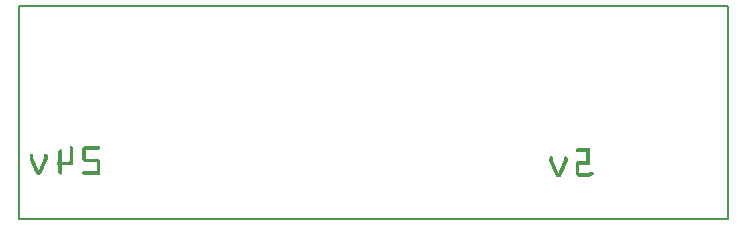
<source format=gbo>
G04 MADE WITH FRITZING*
G04 WWW.FRITZING.ORG*
G04 SINGLE SIDED*
G04 HOLES NOT PLATED*
G04 CONTOUR ON CENTER OF CONTOUR VECTOR*
%ASAXBY*%
%FSLAX23Y23*%
%MOIN*%
%OFA0B0*%
%SFA1.0B1.0*%
%ADD10R,2.370950X0.718008X2.354950X0.702008*%
%ADD11C,0.008000*%
%ADD12R,0.001000X0.001000*%
%LNSILK0*%
G90*
G70*
G54D11*
X4Y714D02*
X2367Y714D01*
X2367Y4D01*
X4Y4D01*
X4Y714D01*
D02*
G54D12*
X177Y248D02*
X179Y248D01*
X225Y248D02*
X270Y248D01*
X175Y247D02*
X181Y247D01*
X222Y247D02*
X272Y247D01*
X174Y246D02*
X182Y246D01*
X220Y246D02*
X273Y246D01*
X173Y245D02*
X183Y245D01*
X219Y245D02*
X273Y245D01*
X173Y244D02*
X183Y244D01*
X218Y244D02*
X274Y244D01*
X173Y243D02*
X184Y243D01*
X217Y243D02*
X274Y243D01*
X173Y242D02*
X184Y242D01*
X217Y242D02*
X274Y242D01*
X173Y241D02*
X184Y241D01*
X216Y241D02*
X274Y241D01*
X173Y240D02*
X184Y240D01*
X216Y240D02*
X274Y240D01*
X1865Y240D02*
X1907Y240D01*
X173Y239D02*
X184Y239D01*
X215Y239D02*
X273Y239D01*
X1863Y239D02*
X1907Y239D01*
X173Y238D02*
X184Y238D01*
X215Y238D02*
X273Y238D01*
X1862Y238D02*
X1907Y238D01*
X140Y237D02*
X145Y237D01*
X173Y237D02*
X184Y237D01*
X215Y237D02*
X271Y237D01*
X1861Y237D02*
X1907Y237D01*
X138Y236D02*
X146Y236D01*
X173Y236D02*
X184Y236D01*
X215Y236D02*
X269Y236D01*
X1860Y236D02*
X1907Y236D01*
X138Y235D02*
X147Y235D01*
X173Y235D02*
X184Y235D01*
X215Y235D02*
X226Y235D01*
X1860Y235D02*
X1907Y235D01*
X137Y234D02*
X147Y234D01*
X173Y234D02*
X184Y234D01*
X215Y234D02*
X226Y234D01*
X1860Y234D02*
X1907Y234D01*
X137Y233D02*
X148Y233D01*
X173Y233D02*
X184Y233D01*
X215Y233D02*
X226Y233D01*
X1860Y233D02*
X1907Y233D01*
X137Y232D02*
X148Y232D01*
X173Y232D02*
X184Y232D01*
X215Y232D02*
X226Y232D01*
X1860Y232D02*
X1907Y232D01*
X136Y231D02*
X148Y231D01*
X173Y231D02*
X184Y231D01*
X215Y231D02*
X226Y231D01*
X1861Y231D02*
X1907Y231D01*
X136Y230D02*
X148Y230D01*
X173Y230D02*
X184Y230D01*
X215Y230D02*
X226Y230D01*
X1861Y230D02*
X1907Y230D01*
X136Y229D02*
X148Y229D01*
X173Y229D02*
X184Y229D01*
X215Y229D02*
X226Y229D01*
X1863Y229D02*
X1907Y229D01*
X136Y228D02*
X148Y228D01*
X173Y228D02*
X184Y228D01*
X215Y228D02*
X226Y228D01*
X1865Y228D02*
X1907Y228D01*
X136Y227D02*
X148Y227D01*
X173Y227D02*
X184Y227D01*
X215Y227D02*
X226Y227D01*
X1896Y227D02*
X1907Y227D01*
X136Y226D02*
X148Y226D01*
X173Y226D02*
X184Y226D01*
X215Y226D02*
X226Y226D01*
X1896Y226D02*
X1907Y226D01*
X136Y225D02*
X148Y225D01*
X173Y225D02*
X184Y225D01*
X215Y225D02*
X226Y225D01*
X1896Y225D02*
X1907Y225D01*
X136Y224D02*
X148Y224D01*
X173Y224D02*
X184Y224D01*
X215Y224D02*
X226Y224D01*
X1896Y224D02*
X1907Y224D01*
X136Y223D02*
X148Y223D01*
X173Y223D02*
X184Y223D01*
X215Y223D02*
X226Y223D01*
X1896Y223D02*
X1907Y223D01*
X44Y222D02*
X47Y222D01*
X92Y222D02*
X95Y222D01*
X136Y222D02*
X148Y222D01*
X173Y222D02*
X184Y222D01*
X215Y222D02*
X226Y222D01*
X1896Y222D02*
X1907Y222D01*
X42Y221D02*
X49Y221D01*
X90Y221D02*
X97Y221D01*
X136Y221D02*
X148Y221D01*
X173Y221D02*
X184Y221D01*
X215Y221D02*
X226Y221D01*
X1896Y221D02*
X1907Y221D01*
X41Y220D02*
X50Y220D01*
X89Y220D02*
X98Y220D01*
X136Y220D02*
X148Y220D01*
X173Y220D02*
X184Y220D01*
X215Y220D02*
X226Y220D01*
X1896Y220D02*
X1907Y220D01*
X41Y219D02*
X50Y219D01*
X89Y219D02*
X99Y219D01*
X136Y219D02*
X148Y219D01*
X173Y219D02*
X184Y219D01*
X215Y219D02*
X226Y219D01*
X1896Y219D02*
X1907Y219D01*
X40Y218D02*
X51Y218D01*
X88Y218D02*
X99Y218D01*
X136Y218D02*
X148Y218D01*
X173Y218D02*
X184Y218D01*
X215Y218D02*
X226Y218D01*
X1896Y218D02*
X1907Y218D01*
X40Y217D02*
X51Y217D01*
X88Y217D02*
X99Y217D01*
X136Y217D02*
X148Y217D01*
X173Y217D02*
X184Y217D01*
X215Y217D02*
X226Y217D01*
X1896Y217D02*
X1907Y217D01*
X40Y216D02*
X51Y216D01*
X88Y216D02*
X99Y216D01*
X136Y216D02*
X148Y216D01*
X173Y216D02*
X184Y216D01*
X215Y216D02*
X226Y216D01*
X1896Y216D02*
X1907Y216D01*
X40Y215D02*
X51Y215D01*
X88Y215D02*
X99Y215D01*
X136Y215D02*
X148Y215D01*
X173Y215D02*
X184Y215D01*
X215Y215D02*
X226Y215D01*
X1896Y215D02*
X1907Y215D01*
X40Y214D02*
X51Y214D01*
X88Y214D02*
X99Y214D01*
X136Y214D02*
X148Y214D01*
X173Y214D02*
X184Y214D01*
X215Y214D02*
X226Y214D01*
X1776Y214D02*
X1780Y214D01*
X1825Y214D02*
X1828Y214D01*
X1896Y214D02*
X1907Y214D01*
X40Y213D02*
X51Y213D01*
X88Y213D02*
X99Y213D01*
X136Y213D02*
X148Y213D01*
X173Y213D02*
X184Y213D01*
X215Y213D02*
X226Y213D01*
X1775Y213D02*
X1781Y213D01*
X1823Y213D02*
X1829Y213D01*
X1896Y213D02*
X1907Y213D01*
X40Y212D02*
X51Y212D01*
X88Y212D02*
X99Y212D01*
X136Y212D02*
X148Y212D01*
X173Y212D02*
X184Y212D01*
X215Y212D02*
X226Y212D01*
X1774Y212D02*
X1782Y212D01*
X1822Y212D02*
X1830Y212D01*
X1896Y212D02*
X1907Y212D01*
X40Y211D02*
X51Y211D01*
X88Y211D02*
X99Y211D01*
X136Y211D02*
X148Y211D01*
X173Y211D02*
X184Y211D01*
X215Y211D02*
X226Y211D01*
X1773Y211D02*
X1783Y211D01*
X1821Y211D02*
X1831Y211D01*
X1896Y211D02*
X1907Y211D01*
X40Y210D02*
X51Y210D01*
X88Y210D02*
X99Y210D01*
X136Y210D02*
X148Y210D01*
X173Y210D02*
X184Y210D01*
X215Y210D02*
X226Y210D01*
X1773Y210D02*
X1783Y210D01*
X1821Y210D02*
X1831Y210D01*
X1896Y210D02*
X1907Y210D01*
X40Y209D02*
X51Y209D01*
X88Y209D02*
X99Y209D01*
X136Y209D02*
X148Y209D01*
X173Y209D02*
X184Y209D01*
X215Y209D02*
X226Y209D01*
X1772Y209D02*
X1783Y209D01*
X1820Y209D02*
X1832Y209D01*
X1896Y209D02*
X1907Y209D01*
X40Y208D02*
X51Y208D01*
X88Y208D02*
X99Y208D01*
X136Y208D02*
X148Y208D01*
X173Y208D02*
X184Y208D01*
X215Y208D02*
X226Y208D01*
X1772Y208D02*
X1784Y208D01*
X1820Y208D02*
X1832Y208D01*
X1896Y208D02*
X1907Y208D01*
X40Y207D02*
X51Y207D01*
X88Y207D02*
X99Y207D01*
X136Y207D02*
X148Y207D01*
X173Y207D02*
X184Y207D01*
X215Y207D02*
X227Y207D01*
X1772Y207D02*
X1784Y207D01*
X1820Y207D02*
X1832Y207D01*
X1896Y207D02*
X1907Y207D01*
X40Y206D02*
X52Y206D01*
X87Y206D02*
X99Y206D01*
X136Y206D02*
X148Y206D01*
X173Y206D02*
X184Y206D01*
X215Y206D02*
X267Y206D01*
X1772Y206D02*
X1784Y206D01*
X1820Y206D02*
X1832Y206D01*
X1896Y206D02*
X1907Y206D01*
X40Y205D02*
X52Y205D01*
X87Y205D02*
X99Y205D01*
X136Y205D02*
X148Y205D01*
X173Y205D02*
X184Y205D01*
X215Y205D02*
X269Y205D01*
X1772Y205D02*
X1784Y205D01*
X1820Y205D02*
X1832Y205D01*
X1896Y205D02*
X1907Y205D01*
X40Y204D02*
X53Y204D01*
X86Y204D02*
X99Y204D01*
X136Y204D02*
X148Y204D01*
X173Y204D02*
X184Y204D01*
X215Y204D02*
X270Y204D01*
X1772Y204D02*
X1784Y204D01*
X1820Y204D02*
X1832Y204D01*
X1896Y204D02*
X1907Y204D01*
X41Y203D02*
X53Y203D01*
X86Y203D02*
X98Y203D01*
X136Y203D02*
X148Y203D01*
X173Y203D02*
X184Y203D01*
X216Y203D02*
X271Y203D01*
X1772Y203D02*
X1784Y203D01*
X1820Y203D02*
X1832Y203D01*
X1896Y203D02*
X1907Y203D01*
X41Y202D02*
X53Y202D01*
X86Y202D02*
X98Y202D01*
X136Y202D02*
X148Y202D01*
X173Y202D02*
X184Y202D01*
X216Y202D02*
X272Y202D01*
X1772Y202D02*
X1784Y202D01*
X1820Y202D02*
X1832Y202D01*
X1896Y202D02*
X1907Y202D01*
X42Y201D02*
X54Y201D01*
X85Y201D02*
X98Y201D01*
X136Y201D02*
X148Y201D01*
X173Y201D02*
X184Y201D01*
X217Y201D02*
X273Y201D01*
X1772Y201D02*
X1784Y201D01*
X1820Y201D02*
X1832Y201D01*
X1896Y201D02*
X1907Y201D01*
X42Y200D02*
X54Y200D01*
X85Y200D02*
X97Y200D01*
X136Y200D02*
X148Y200D01*
X173Y200D02*
X184Y200D01*
X217Y200D02*
X273Y200D01*
X1772Y200D02*
X1784Y200D01*
X1820Y200D02*
X1832Y200D01*
X1896Y200D02*
X1907Y200D01*
X42Y199D02*
X55Y199D01*
X84Y199D02*
X97Y199D01*
X136Y199D02*
X148Y199D01*
X173Y199D02*
X184Y199D01*
X218Y199D02*
X273Y199D01*
X1772Y199D02*
X1784Y199D01*
X1820Y199D02*
X1832Y199D01*
X1895Y199D02*
X1907Y199D01*
X43Y198D02*
X55Y198D01*
X84Y198D02*
X96Y198D01*
X136Y198D02*
X148Y198D01*
X173Y198D02*
X184Y198D01*
X219Y198D02*
X274Y198D01*
X1772Y198D02*
X1784Y198D01*
X1820Y198D02*
X1832Y198D01*
X1867Y198D02*
X1907Y198D01*
X43Y197D02*
X56Y197D01*
X83Y197D02*
X96Y197D01*
X136Y197D02*
X148Y197D01*
X172Y197D02*
X184Y197D01*
X220Y197D02*
X274Y197D01*
X1772Y197D02*
X1785Y197D01*
X1819Y197D02*
X1832Y197D01*
X1866Y197D02*
X1907Y197D01*
X44Y196D02*
X56Y196D01*
X83Y196D02*
X95Y196D01*
X134Y196D02*
X184Y196D01*
X222Y196D02*
X274Y196D01*
X1773Y196D02*
X1785Y196D01*
X1819Y196D02*
X1831Y196D01*
X1864Y196D02*
X1907Y196D01*
X44Y195D02*
X57Y195D01*
X83Y195D02*
X95Y195D01*
X132Y195D02*
X184Y195D01*
X226Y195D02*
X274Y195D01*
X1773Y195D02*
X1785Y195D01*
X1819Y195D02*
X1831Y195D01*
X1863Y195D02*
X1907Y195D01*
X45Y194D02*
X57Y194D01*
X82Y194D02*
X94Y194D01*
X132Y194D02*
X184Y194D01*
X263Y194D02*
X274Y194D01*
X1774Y194D02*
X1786Y194D01*
X1818Y194D02*
X1830Y194D01*
X1862Y194D02*
X1907Y194D01*
X45Y193D02*
X57Y193D01*
X82Y193D02*
X94Y193D01*
X131Y193D02*
X184Y193D01*
X263Y193D02*
X274Y193D01*
X1774Y193D02*
X1786Y193D01*
X1818Y193D02*
X1830Y193D01*
X1862Y193D02*
X1907Y193D01*
X46Y192D02*
X58Y192D01*
X81Y192D02*
X94Y192D01*
X131Y192D02*
X184Y192D01*
X263Y192D02*
X274Y192D01*
X1774Y192D02*
X1787Y192D01*
X1817Y192D02*
X1830Y192D01*
X1861Y192D02*
X1907Y192D01*
X46Y191D02*
X58Y191D01*
X81Y191D02*
X93Y191D01*
X130Y191D02*
X184Y191D01*
X263Y191D02*
X274Y191D01*
X1775Y191D02*
X1787Y191D01*
X1817Y191D02*
X1829Y191D01*
X1861Y191D02*
X1907Y191D01*
X46Y190D02*
X59Y190D01*
X80Y190D02*
X93Y190D01*
X130Y190D02*
X184Y190D01*
X263Y190D02*
X274Y190D01*
X1775Y190D02*
X1788Y190D01*
X1816Y190D02*
X1829Y190D01*
X1860Y190D02*
X1907Y190D01*
X47Y189D02*
X59Y189D01*
X80Y189D02*
X92Y189D01*
X131Y189D02*
X184Y189D01*
X263Y189D02*
X274Y189D01*
X1776Y189D02*
X1788Y189D01*
X1816Y189D02*
X1828Y189D01*
X1860Y189D02*
X1907Y189D01*
X47Y188D02*
X60Y188D01*
X80Y188D02*
X92Y188D01*
X131Y188D02*
X184Y188D01*
X263Y188D02*
X274Y188D01*
X1776Y188D02*
X1788Y188D01*
X1816Y188D02*
X1828Y188D01*
X1860Y188D02*
X1907Y188D01*
X48Y187D02*
X60Y187D01*
X79Y187D02*
X91Y187D01*
X132Y187D02*
X184Y187D01*
X263Y187D02*
X274Y187D01*
X1777Y187D02*
X1789Y187D01*
X1815Y187D02*
X1827Y187D01*
X1860Y187D02*
X1907Y187D01*
X48Y186D02*
X60Y186D01*
X79Y186D02*
X91Y186D01*
X133Y186D02*
X184Y186D01*
X263Y186D02*
X274Y186D01*
X1777Y186D02*
X1789Y186D01*
X1815Y186D02*
X1827Y186D01*
X1860Y186D02*
X1871Y186D01*
X49Y185D02*
X61Y185D01*
X78Y185D02*
X91Y185D01*
X134Y185D02*
X184Y185D01*
X263Y185D02*
X274Y185D01*
X1777Y185D02*
X1790Y185D01*
X1814Y185D02*
X1827Y185D01*
X1860Y185D02*
X1871Y185D01*
X49Y184D02*
X61Y184D01*
X78Y184D02*
X90Y184D01*
X136Y184D02*
X148Y184D01*
X263Y184D02*
X274Y184D01*
X1778Y184D02*
X1790Y184D01*
X1814Y184D02*
X1826Y184D01*
X1860Y184D02*
X1871Y184D01*
X49Y183D02*
X62Y183D01*
X77Y183D02*
X90Y183D01*
X136Y183D02*
X148Y183D01*
X263Y183D02*
X274Y183D01*
X1778Y183D02*
X1791Y183D01*
X1813Y183D02*
X1826Y183D01*
X1860Y183D02*
X1871Y183D01*
X50Y182D02*
X62Y182D01*
X77Y182D02*
X89Y182D01*
X136Y182D02*
X148Y182D01*
X263Y182D02*
X274Y182D01*
X1779Y182D02*
X1791Y182D01*
X1813Y182D02*
X1825Y182D01*
X1860Y182D02*
X1871Y182D01*
X50Y181D02*
X63Y181D01*
X77Y181D02*
X89Y181D01*
X136Y181D02*
X148Y181D01*
X263Y181D02*
X274Y181D01*
X1779Y181D02*
X1792Y181D01*
X1812Y181D02*
X1825Y181D01*
X1860Y181D02*
X1871Y181D01*
X51Y180D02*
X63Y180D01*
X76Y180D02*
X88Y180D01*
X136Y180D02*
X148Y180D01*
X263Y180D02*
X274Y180D01*
X1780Y180D02*
X1792Y180D01*
X1812Y180D02*
X1824Y180D01*
X1860Y180D02*
X1871Y180D01*
X51Y179D02*
X64Y179D01*
X76Y179D02*
X88Y179D01*
X136Y179D02*
X148Y179D01*
X263Y179D02*
X274Y179D01*
X1780Y179D02*
X1792Y179D01*
X1812Y179D02*
X1824Y179D01*
X1860Y179D02*
X1871Y179D01*
X52Y178D02*
X64Y178D01*
X75Y178D02*
X88Y178D01*
X136Y178D02*
X148Y178D01*
X263Y178D02*
X274Y178D01*
X1781Y178D02*
X1793Y178D01*
X1811Y178D02*
X1824Y178D01*
X1860Y178D02*
X1871Y178D01*
X52Y177D02*
X64Y177D01*
X75Y177D02*
X87Y177D01*
X136Y177D02*
X148Y177D01*
X263Y177D02*
X274Y177D01*
X1781Y177D02*
X1793Y177D01*
X1811Y177D02*
X1823Y177D01*
X1860Y177D02*
X1871Y177D01*
X53Y176D02*
X65Y176D01*
X74Y176D02*
X87Y176D01*
X136Y176D02*
X148Y176D01*
X263Y176D02*
X274Y176D01*
X1781Y176D02*
X1794Y176D01*
X1810Y176D02*
X1823Y176D01*
X1860Y176D02*
X1871Y176D01*
X53Y175D02*
X65Y175D01*
X74Y175D02*
X86Y175D01*
X136Y175D02*
X148Y175D01*
X263Y175D02*
X274Y175D01*
X1782Y175D02*
X1794Y175D01*
X1810Y175D02*
X1822Y175D01*
X1860Y175D02*
X1871Y175D01*
X53Y174D02*
X66Y174D01*
X73Y174D02*
X86Y174D01*
X136Y174D02*
X148Y174D01*
X263Y174D02*
X274Y174D01*
X1782Y174D02*
X1795Y174D01*
X1809Y174D02*
X1822Y174D01*
X1860Y174D02*
X1871Y174D01*
X54Y173D02*
X66Y173D01*
X73Y173D02*
X85Y173D01*
X136Y173D02*
X148Y173D01*
X263Y173D02*
X274Y173D01*
X1783Y173D02*
X1795Y173D01*
X1809Y173D02*
X1821Y173D01*
X1860Y173D02*
X1871Y173D01*
X54Y172D02*
X67Y172D01*
X73Y172D02*
X85Y172D01*
X136Y172D02*
X148Y172D01*
X263Y172D02*
X274Y172D01*
X1783Y172D02*
X1796Y172D01*
X1809Y172D02*
X1821Y172D01*
X1860Y172D02*
X1871Y172D01*
X55Y171D02*
X67Y171D01*
X72Y171D02*
X84Y171D01*
X136Y171D02*
X148Y171D01*
X263Y171D02*
X274Y171D01*
X1784Y171D02*
X1796Y171D01*
X1808Y171D02*
X1820Y171D01*
X1860Y171D02*
X1871Y171D01*
X55Y170D02*
X68Y170D01*
X72Y170D02*
X84Y170D01*
X136Y170D02*
X148Y170D01*
X263Y170D02*
X274Y170D01*
X1784Y170D02*
X1796Y170D01*
X1808Y170D02*
X1820Y170D01*
X1860Y170D02*
X1871Y170D01*
X56Y169D02*
X68Y169D01*
X71Y169D02*
X84Y169D01*
X136Y169D02*
X148Y169D01*
X263Y169D02*
X274Y169D01*
X1784Y169D02*
X1797Y169D01*
X1807Y169D02*
X1820Y169D01*
X1860Y169D02*
X1871Y169D01*
X56Y168D02*
X68Y168D01*
X71Y168D02*
X83Y168D01*
X136Y168D02*
X148Y168D01*
X263Y168D02*
X274Y168D01*
X1785Y168D02*
X1797Y168D01*
X1807Y168D02*
X1819Y168D01*
X1860Y168D02*
X1871Y168D01*
X56Y167D02*
X83Y167D01*
X136Y167D02*
X148Y167D01*
X263Y167D02*
X274Y167D01*
X1785Y167D02*
X1798Y167D01*
X1806Y167D02*
X1819Y167D01*
X1860Y167D02*
X1871Y167D01*
X57Y166D02*
X82Y166D01*
X136Y166D02*
X148Y166D01*
X263Y166D02*
X274Y166D01*
X1786Y166D02*
X1798Y166D01*
X1806Y166D02*
X1818Y166D01*
X1860Y166D02*
X1871Y166D01*
X57Y165D02*
X82Y165D01*
X136Y165D02*
X148Y165D01*
X218Y165D02*
X274Y165D01*
X1786Y165D02*
X1799Y165D01*
X1806Y165D02*
X1818Y165D01*
X1860Y165D02*
X1871Y165D01*
X58Y164D02*
X81Y164D01*
X136Y164D02*
X148Y164D01*
X217Y164D02*
X274Y164D01*
X1787Y164D02*
X1799Y164D01*
X1805Y164D02*
X1817Y164D01*
X1860Y164D02*
X1871Y164D01*
X58Y163D02*
X81Y163D01*
X136Y163D02*
X148Y163D01*
X216Y163D02*
X274Y163D01*
X1787Y163D02*
X1799Y163D01*
X1805Y163D02*
X1817Y163D01*
X1860Y163D02*
X1871Y163D01*
X59Y162D02*
X81Y162D01*
X136Y162D02*
X148Y162D01*
X215Y162D02*
X274Y162D01*
X1788Y162D02*
X1800Y162D01*
X1804Y162D02*
X1817Y162D01*
X1860Y162D02*
X1871Y162D01*
X1911Y162D02*
X1916Y162D01*
X59Y161D02*
X80Y161D01*
X136Y161D02*
X148Y161D01*
X215Y161D02*
X274Y161D01*
X1788Y161D02*
X1800Y161D01*
X1804Y161D02*
X1816Y161D01*
X1860Y161D02*
X1871Y161D01*
X1908Y161D02*
X1917Y161D01*
X60Y160D02*
X80Y160D01*
X136Y160D02*
X148Y160D01*
X215Y160D02*
X274Y160D01*
X1788Y160D02*
X1801Y160D01*
X1803Y160D02*
X1816Y160D01*
X1860Y160D02*
X1871Y160D01*
X1906Y160D02*
X1918Y160D01*
X60Y159D02*
X79Y159D01*
X137Y159D02*
X148Y159D01*
X215Y159D02*
X274Y159D01*
X1789Y159D02*
X1801Y159D01*
X1803Y159D02*
X1815Y159D01*
X1860Y159D02*
X1871Y159D01*
X1904Y159D02*
X1919Y159D01*
X60Y158D02*
X79Y158D01*
X137Y158D02*
X147Y158D01*
X215Y158D02*
X274Y158D01*
X1789Y158D02*
X1815Y158D01*
X1860Y158D02*
X1871Y158D01*
X1901Y158D02*
X1919Y158D01*
X61Y157D02*
X78Y157D01*
X137Y157D02*
X147Y157D01*
X216Y157D02*
X274Y157D01*
X1790Y157D02*
X1814Y157D01*
X1860Y157D02*
X1919Y157D01*
X61Y156D02*
X78Y156D01*
X138Y156D02*
X146Y156D01*
X216Y156D02*
X274Y156D01*
X1790Y156D02*
X1814Y156D01*
X1860Y156D02*
X1919Y156D01*
X62Y155D02*
X77Y155D01*
X139Y155D02*
X145Y155D01*
X218Y155D02*
X274Y155D01*
X1791Y155D02*
X1813Y155D01*
X1860Y155D02*
X1919Y155D01*
X64Y154D02*
X75Y154D01*
X141Y154D02*
X143Y154D01*
X219Y154D02*
X274Y154D01*
X1791Y154D02*
X1813Y154D01*
X1861Y154D02*
X1919Y154D01*
X1791Y153D02*
X1813Y153D01*
X1861Y153D02*
X1918Y153D01*
X1792Y152D02*
X1812Y152D01*
X1861Y152D02*
X1917Y152D01*
X1792Y151D02*
X1812Y151D01*
X1862Y151D02*
X1915Y151D01*
X1793Y150D02*
X1811Y150D01*
X1863Y150D02*
X1913Y150D01*
X1793Y149D02*
X1811Y149D01*
X1864Y149D02*
X1911Y149D01*
X1794Y148D02*
X1810Y148D01*
X1865Y148D02*
X1909Y148D01*
X1795Y147D02*
X1809Y147D01*
X1867Y147D02*
X1906Y147D01*
X1796Y146D02*
X1808Y146D01*
X1869Y146D02*
X1903Y146D01*
D02*
G04 End of Silk0*
M02*
</source>
